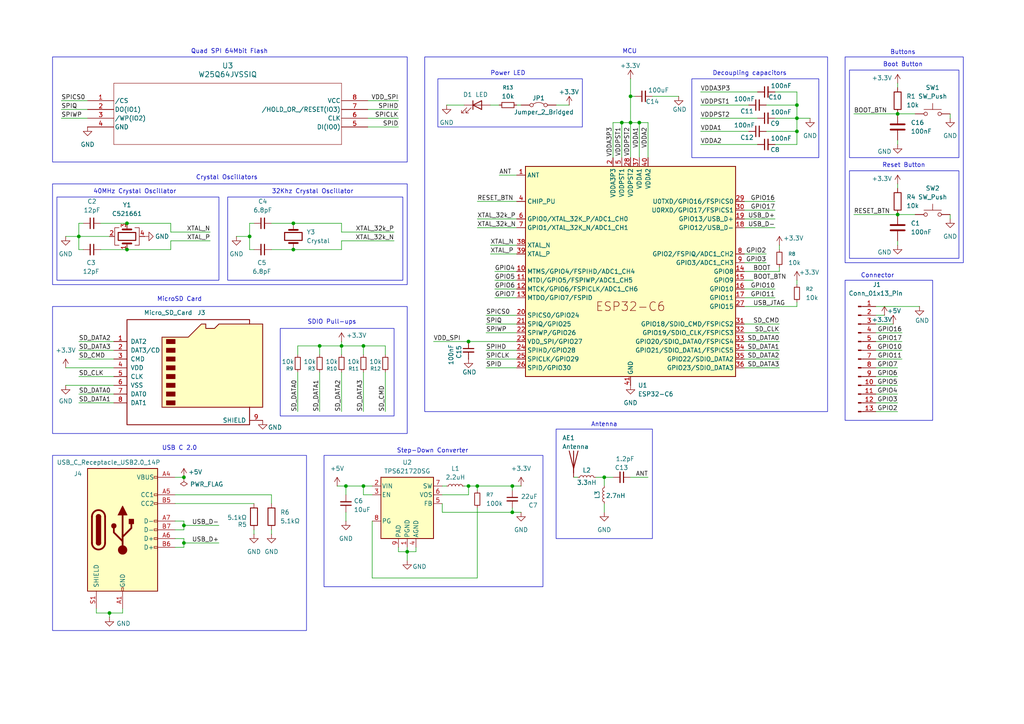
<source format=kicad_sch>
(kicad_sch (version 20250114) (generator "eeschema") (generator_version "9.0")
  (paper "A4")
  (title_block (title "C6dev") (date "2025-07-26") (rev "3"))
  (rectangle (start 246.38 20.32) (end 278.13 45.72))
  (rectangle (start 245.11 81.28) (end 270.51 121.92))
  (rectangle (start 15.24 53.34) (end 118.11 82.55))
  (rectangle (start 93.98 132.08) (end 157.48 170.18))
  (rectangle (start 15.24 16.51) (end 118.11 46.99))
  (rectangle (start 245.11 16.51) (end 279.4 76.2))
  (rectangle (start 161.29 124.46) (end 189.23 156.21))
  (rectangle (start 16.51 57.15) (end 63.5 81.28))
  (rectangle (start 15.24 132.08) (end 88.9 182.88))
  (rectangle (start 127 22.86) (end 168.91 36.83))
  (rectangle (start 81.28 95.25) (end 114.3 120.65))
  (rectangle (start 246.38 49.53) (end 278.13 74.93))
  (rectangle (start 15.24 88.9) (end 118.11 125.73))
  (rectangle (start 200.66 22.86) (end 237.49 45.72))
  (rectangle (start 66.04 57.15) (end 116.84 81.28))
  (rectangle (start 123.19 16.51) (end 240.03 119.38))
  (text "40MHz Crystal Oscillator" (at 39.116 55.626 0) (effects (font (size 1.27 1.27))))
  (text "MCU" (at 182.626 14.986 0) (effects (font (size 1.27 1.27))))
  (text "Buttons" (at 261.874 15.24 0) (effects (font (size 1.27 1.27))))
  (text "USB C 2.0" (at 52.07 130.048 0) (effects (font (size 1.27 1.27))))
  (text "Connector" (at 254.508 80.01 0) (effects (font (size 1.27 1.27))))
  (text "Power LED" (at 147.32 21.336 0) (effects (font (size 1.27 1.27))))
  (text "Decoupling capacitors" (at 217.424 21.336 0) (effects (font (size 1.27 1.27))))
  (text "32Khz Crystal Oscillator" (at 90.678 55.626 0) (effects (font (size 1.27 1.27))))
  (text "Crystal Oscillators" (at 65.786 51.562 0) (effects (font (size 1.27 1.27))))
  (text "Boot Button" (at 261.874 18.796 0) (effects (font (size 1.27 1.27))))
  (text "Step-Down Converter" (at 125.476 130.81 0) (effects (font (size 1.27 1.27))))
  (text "Reset Button" (at 262.128 48.006 0) (effects (font (size 1.27 1.27))))
  (text "Antenna" (at 175.26 123.19 0) (effects (font (size 1.27 1.27))))
  (text "MicroSD Card" (at 52.07 86.868 0) (effects (font (size 1.27 1.27))))
  (text "SDIO Pull-ups" (at 96.266 93.472 0) (effects (font (size 1.27 1.27))))
  (text "Quad SPI 64Mbit Flash" (at 66.548 14.986 0) (effects (font (size 1.27 1.27))))
  (junction (at 53.34 152.4))
  (junction (at 180.34 35.56))
  (junction (at 148.59 148.59))
  (junction (at 231.14 30.48))
  (junction (at 138.43 140.97))
  (junction (at 105.41 100.33))
  (junction (at 99.06 100.33))
  (junction (at 182.88 35.56))
  (junction (at 36.83 72.39))
  (junction (at 175.26 138.43))
  (junction (at 85.09 64.77))
  (junction (at 118.11 160.02))
  (junction (at 100.33 140.97))
  (junction (at 260.35 62.23))
  (junction (at 182.88 27.94))
  (junction (at 105.41 140.97))
  (junction (at 185.42 35.56))
  (junction (at 148.59 140.97))
  (junction (at 85.09 72.39))
  (junction (at 53.34 138.43))
  (junction (at 22.86 68.58))
  (junction (at 31.75 177.8))
  (junction (at 53.34 157.48))
  (junction (at 36.83 64.77))
  (junction (at 72.39 68.58))
  (junction (at 231.14 38.1))
  (junction (at 92.71 100.33))
  (junction (at 260.35 33.02))
  (junction (at 135.89 140.97))
  (junction (at 135.89 99.06))
  (junction (at 231.14 34.29))
  (wire (pts (xy 151.13 30.48) (xy 149.86 30.48)))
  (wire (pts (xy 224.79 41.91) (xy 231.14 41.91)))
  (wire (pts (xy 27.94 176.53) (xy 27.94 177.8)))
  (wire (pts (xy 78.74 64.77) (xy 85.09 64.77)))
  (wire (pts (xy 231.14 38.1) (xy 231.14 34.29)))
  (wire (pts (xy 50.8 151.13) (xy 53.34 151.13)))
  (wire (pts (xy 254 101.6) (xy 261.62 101.6)))
  (wire (pts (xy 175.26 138.43) (xy 177.8 138.43)))
  (wire (pts (xy 31.75 177.8) (xy 31.75 179.07)))
  (wire (pts (xy 33.02 104.14) (xy 22.86 104.14)))
  (wire (pts (xy 72.39 68.58) (xy 72.39 72.39)))
  (wire (pts (xy 165.1 30.48) (xy 161.29 30.48)))
  (wire (pts (xy 53.34 157.48) (xy 63.5 157.48)))
  (wire (pts (xy 215.9 101.6) (xy 226.06 101.6)))
  (wire (pts (xy 226.06 71.12) (xy 226.06 72.39)))
  (wire (pts (xy 215.9 83.82) (xy 224.79 83.82)))
  (wire (pts (xy 254 93.98) (xy 259.08 93.98)))
  (wire (pts (xy 224.79 34.29) (xy 231.14 34.29)))
  (wire (pts (xy 215.9 66.04) (xy 224.79 66.04)))
  (wire (pts (xy 138.43 63.5) (xy 149.86 63.5)))
  (wire (pts (xy 217.17 38.1) (xy 203.2 38.1)))
  (wire (pts (xy 144.78 50.8) (xy 149.86 50.8)))
  (wire (pts (xy 140.97 93.98) (xy 149.86 93.98)))
  (wire (pts (xy 135.89 99.06) (xy 149.86 99.06)))
  (wire (pts (xy 189.23 27.94) (xy 196.85 27.94)))
  (wire (pts (xy 135.89 140.97) (xy 135.89 143.51)))
  (wire (pts (xy 115.57 160.02) (xy 118.11 160.02)))
  (wire (pts (xy 215.9 104.14) (xy 226.06 104.14)))
  (wire (pts (xy 100.33 140.97) (xy 100.33 143.51)))
  (wire (pts (xy 27.94 177.8) (xy 31.75 177.8)))
  (wire (pts (xy 68.58 68.58) (xy 72.39 68.58)))
  (wire (pts (xy 129.54 140.97) (xy 128.27 140.97)))
  (wire (pts (xy 231.14 88.9) (xy 231.14 87.63)))
  (wire (pts (xy 85.09 72.39) (xy 99.06 72.39)))
  (wire (pts (xy 53.34 156.21) (xy 50.8 156.21)))
  (wire (pts (xy 106.68 29.21) (xy 115.57 29.21)))
  (wire (pts (xy 140.97 106.68) (xy 149.86 106.68)))
  (wire (pts (xy 215.9 81.28) (xy 218.44 81.28)))
  (wire (pts (xy 203.2 41.91) (xy 219.71 41.91)))
  (wire (pts (xy 222.25 30.48) (xy 231.14 30.48)))
  (wire (pts (xy 86.36 102.87) (xy 86.36 100.33)))
  (wire (pts (xy 138.43 140.97) (xy 148.59 140.97)))
  (wire (pts (xy 92.71 100.33) (xy 92.71 102.87)))
  (wire (pts (xy 86.36 100.33) (xy 92.71 100.33)))
  (wire (pts (xy 33.02 116.84) (xy 22.86 116.84)))
  (wire (pts (xy 33.02 111.76) (xy 19.05 111.76)))
  (wire (pts (xy 182.88 35.56) (xy 185.42 35.56)))
  (wire (pts (xy 35.56 177.8) (xy 31.75 177.8)))
  (wire (pts (xy 140.97 101.6) (xy 149.86 101.6)))
  (wire (pts (xy 78.74 72.39) (xy 85.09 72.39)))
  (wire (pts (xy 182.88 27.94) (xy 182.88 35.56)))
  (wire (pts (xy 149.86 86.36) (xy 143.51 86.36)))
  (wire (pts (xy 22.86 68.58) (xy 22.86 72.39)))
  (wire (pts (xy 92.71 100.33) (xy 99.06 100.33)))
  (wire (pts (xy 203.2 26.67) (xy 219.71 26.67)))
  (wire (pts (xy 172.72 138.43) (xy 175.26 138.43)))
  (wire (pts (xy 226.06 78.74) (xy 226.06 77.47)))
  (wire (pts (xy 36.83 72.39) (xy 49.53 72.39)))
  (wire (pts (xy 149.86 83.82) (xy 143.51 83.82)))
  (wire (pts (xy 99.06 99.06) (xy 99.06 100.33)))
  (wire (pts (xy 215.9 106.68) (xy 226.06 106.68)))
  (wire (pts (xy 180.34 35.56) (xy 182.88 35.56)))
  (wire (pts (xy 125.73 99.06) (xy 135.89 99.06)))
  (wire (pts (xy 247.65 33.02) (xy 260.35 33.02)))
  (wire (pts (xy 105.41 143.51) (xy 105.41 140.97)))
  (wire (pts (xy 35.56 176.53) (xy 35.56 177.8)))
  (wire (pts (xy 22.86 72.39) (xy 24.13 72.39)))
  (wire (pts (xy 215.9 63.5) (xy 224.79 63.5)))
  (wire (pts (xy 222.25 38.1) (xy 231.14 38.1)))
  (wire (pts (xy 247.65 62.23) (xy 260.35 62.23)))
  (wire (pts (xy 106.68 31.75) (xy 115.57 31.75)))
  (wire (pts (xy 111.76 119.38) (xy 111.76 107.95)))
  (wire (pts (xy 33.02 99.06) (xy 22.86 99.06)))
  (wire (pts (xy 99.06 69.85) (xy 114.3 69.85)))
  (wire (pts (xy 106.68 34.29) (xy 115.57 34.29)))
  (wire (pts (xy 106.68 36.83) (xy 115.57 36.83)))
  (wire (pts (xy 224.79 26.67) (xy 231.14 26.67)))
  (wire (pts (xy 275.59 34.29) (xy 275.59 33.02)))
  (wire (pts (xy 105.41 119.38) (xy 105.41 107.95)))
  (wire (pts (xy 22.86 101.6) (xy 33.02 101.6)))
  (wire (pts (xy 99.06 69.85) (xy 99.06 72.39)))
  (wire (pts (xy 184.15 27.94) (xy 182.88 27.94)))
  (wire (pts (xy 105.41 140.97) (xy 100.33 140.97)))
  (wire (pts (xy 254 114.3) (xy 260.35 114.3)))
  (wire (pts (xy 72.39 72.39) (xy 73.66 72.39)))
  (wire (pts (xy 215.9 60.96) (xy 224.79 60.96)))
  (wire (pts (xy 53.34 138.43) (xy 50.8 138.43)))
  (wire (pts (xy 215.9 93.98) (xy 226.06 93.98)))
  (wire (pts (xy 138.43 58.42) (xy 149.86 58.42)))
  (wire (pts (xy 99.06 67.31) (xy 99.06 64.77)))
  (wire (pts (xy 182.88 35.56) (xy 182.88 45.72)))
  (wire (pts (xy 215.9 76.2) (xy 222.25 76.2)))
  (wire (pts (xy 215.9 99.06) (xy 226.06 99.06)))
  (wire (pts (xy 50.8 153.67) (xy 53.34 153.67)))
  (wire (pts (xy 134.62 140.97) (xy 135.89 140.97)))
  (wire (pts (xy 128.27 143.51) (xy 135.89 143.51)))
  (wire (pts (xy 49.53 69.85) (xy 60.96 69.85)))
  (wire (pts (xy 180.34 35.56) (xy 180.34 45.72)))
  (wire (pts (xy 260.35 24.13) (xy 260.35 25.4)))
  (wire (pts (xy 73.66 154.94) (xy 73.66 153.67)))
  (wire (pts (xy 115.57 158.75) (xy 115.57 160.02)))
  (wire (pts (xy 231.14 26.67) (xy 231.14 30.48)))
  (wire (pts (xy 254 111.76) (xy 260.35 111.76)))
  (wire (pts (xy 142.24 71.12) (xy 149.86 71.12)))
  (wire (pts (xy 254 104.14) (xy 261.62 104.14)))
  (wire (pts (xy 148.59 148.59) (xy 148.59 147.32)))
  (wire (pts (xy 53.34 158.75) (xy 53.34 157.48)))
  (wire (pts (xy 177.8 35.56) (xy 180.34 35.56)))
  (wire (pts (xy 100.33 140.97) (xy 97.79 140.97)))
  (wire (pts (xy 22.86 68.58) (xy 31.75 68.58)))
  (wire (pts (xy 50.8 146.05) (xy 73.66 146.05)))
  (wire (pts (xy 33.02 106.68) (xy 19.05 106.68)))
  (wire (pts (xy 118.11 158.75) (xy 118.11 160.02)))
  (wire (pts (xy 140.97 96.52) (xy 149.86 96.52)))
  (wire (pts (xy 254 96.52) (xy 261.62 96.52)))
  (wire (pts (xy 22.86 64.77) (xy 22.86 68.58)))
  (wire (pts (xy 120.65 160.02) (xy 120.65 158.75)))
  (wire (pts (xy 260.35 40.64) (xy 260.35 41.91)))
  (wire (pts (xy 49.53 64.77) (xy 36.83 64.77)))
  (wire (pts (xy 254 109.22) (xy 260.35 109.22)))
  (wire (pts (xy 217.17 30.48) (xy 203.2 30.48)))
  (wire (pts (xy 107.95 151.13) (xy 107.95 167.64)))
  (wire (pts (xy 187.96 35.56) (xy 187.96 45.72)))
  (wire (pts (xy 185.42 35.56) (xy 187.96 35.56)))
  (wire (pts (xy 177.8 35.56) (xy 177.8 45.72)))
  (wire (pts (xy 99.06 100.33) (xy 99.06 102.87)))
  (wire (pts (xy 166.37 138.43) (xy 167.64 138.43)))
  (wire (pts (xy 254 106.68) (xy 260.35 106.68)))
  (wire (pts (xy 275.59 63.5) (xy 275.59 62.23)))
  (wire (pts (xy 231.14 41.91) (xy 231.14 38.1)))
  (wire (pts (xy 17.78 34.29) (xy 25.4 34.29)))
  (wire (pts (xy 29.21 72.39) (xy 36.83 72.39)))
  (wire (pts (xy 254 99.06) (xy 261.62 99.06)))
  (wire (pts (xy 142.24 73.66) (xy 149.86 73.66)))
  (wire (pts (xy 182.88 22.86) (xy 182.88 27.94)))
  (wire (pts (xy 254 119.38) (xy 260.35 119.38)))
  (wire (pts (xy 99.06 119.38) (xy 99.06 107.95)))
  (wire (pts (xy 234.95 34.29) (xy 231.14 34.29)))
  (wire (pts (xy 151.13 148.59) (xy 148.59 148.59)))
  (wire (pts (xy 50.8 143.51) (xy 78.74 143.51)))
  (wire (pts (xy 53.34 152.4) (xy 63.5 152.4)))
  (wire (pts (xy 92.71 119.38) (xy 92.71 107.95)))
  (wire (pts (xy 215.9 58.42) (xy 224.79 58.42)))
  (wire (pts (xy 215.9 96.52) (xy 226.06 96.52)))
  (wire (pts (xy 260.35 33.02) (xy 265.43 33.02)))
  (wire (pts (xy 17.78 31.75) (xy 25.4 31.75)))
  (wire (pts (xy 49.53 67.31) (xy 49.53 64.77)))
  (wire (pts (xy 149.86 78.74) (xy 143.51 78.74)))
  (wire (pts (xy 129.54 30.48) (xy 134.62 30.48)))
  (wire (pts (xy 254 116.84) (xy 260.35 116.84)))
  (wire (pts (xy 182.88 138.43) (xy 187.96 138.43)))
  (wire (pts (xy 128.27 146.05) (xy 128.27 148.59)))
  (wire (pts (xy 85.09 64.77) (xy 99.06 64.77)))
  (wire (pts (xy 138.43 142.24) (xy 138.43 140.97)))
  (wire (pts (xy 53.34 152.4) (xy 53.34 153.67)))
  (wire (pts (xy 50.8 158.75) (xy 53.34 158.75)))
  (wire (pts (xy 215.9 73.66) (xy 222.25 73.66)))
  (wire (pts (xy 260.35 71.12) (xy 260.35 69.85)))
  (wire (pts (xy 107.95 143.51) (xy 105.41 143.51)))
  (wire (pts (xy 118.11 160.02) (xy 120.65 160.02)))
  (wire (pts (xy 33.02 114.3) (xy 22.86 114.3)))
  (wire (pts (xy 260.35 62.23) (xy 265.43 62.23)))
  (wire (pts (xy 215.9 78.74) (xy 226.06 78.74)))
  (wire (pts (xy 151.13 140.97) (xy 148.59 140.97)))
  (wire (pts (xy 72.39 64.77) (xy 72.39 68.58)))
  (wire (pts (xy 138.43 66.04) (xy 149.86 66.04)))
  (wire (pts (xy 78.74 154.94) (xy 78.74 153.67)))
  (wire (pts (xy 231.14 30.48) (xy 231.14 34.29)))
  (wire (pts (xy 135.89 140.97) (xy 138.43 140.97)))
  (wire (pts (xy 17.78 29.21) (xy 25.4 29.21)))
  (wire (pts (xy 29.21 64.77) (xy 36.83 64.77)))
  (wire (pts (xy 24.13 64.77) (xy 22.86 64.77)))
  (wire (pts (xy 100.33 151.13) (xy 100.33 148.59)))
  (wire (pts (xy 99.06 67.31) (xy 114.3 67.31)))
  (wire (pts (xy 33.02 109.22) (xy 22.86 109.22)))
  (wire (pts (xy 140.97 104.14) (xy 149.86 104.14)))
  (wire (pts (xy 86.36 119.38) (xy 86.36 107.95)))
  (wire (pts (xy 118.11 162.56) (xy 118.11 160.02)))
  (wire (pts (xy 215.9 88.9) (xy 231.14 88.9)))
  (wire (pts (xy 53.34 152.4) (xy 53.34 151.13)))
  (wire (pts (xy 107.95 140.97) (xy 105.41 140.97)))
  (wire (pts (xy 260.35 53.34) (xy 260.35 54.61)))
  (wire (pts (xy 111.76 102.87) (xy 111.76 100.33)))
  (wire (pts (xy 175.26 138.43) (xy 175.26 140.97)))
  (wire (pts (xy 203.2 34.29) (xy 219.71 34.29)))
  (wire (pts (xy 107.95 167.64) (xy 138.43 167.64)))
  (wire (pts (xy 128.27 148.59) (xy 148.59 148.59)))
  (wire (pts (xy 215.9 86.36) (xy 224.79 86.36)))
  (wire (pts (xy 266.7 88.9) (xy 254 88.9)))
  (wire (pts (xy 49.53 69.85) (xy 49.53 72.39)))
  (wire (pts (xy 144.78 30.48) (xy 142.24 30.48)))
  (wire (pts (xy 175.26 148.59) (xy 175.26 146.05)))
  (wire (pts (xy 185.42 35.56) (xy 185.42 45.72)))
  (wire (pts (xy 105.41 102.87) (xy 105.41 100.33)))
  (wire (pts (xy 53.34 157.48) (xy 53.34 156.21)))
  (wire (pts (xy 73.66 64.77) (xy 72.39 64.77)))
  (wire (pts (xy 148.59 142.24) (xy 148.59 140.97)))
  (wire (pts (xy 254 91.44) (xy 256.54 91.44)))
  (wire (pts (xy 231.14 82.55) (xy 231.14 81.28)))
  (wire (pts (xy 140.97 91.44) (xy 149.86 91.44)))
  (wire (pts (xy 105.41 100.33) (xy 99.06 100.33)))
  (wire (pts (xy 78.74 143.51) (xy 78.74 146.05)))
  (wire (pts (xy 149.86 81.28) (xy 143.51 81.28)))
  (wire (pts (xy 19.05 68.58) (xy 22.86 68.58)))
  (wire (pts (xy 111.76 100.33) (xy 105.41 100.33)))
  (wire (pts (xy 138.43 167.64) (xy 138.43 147.32)))
  (wire (pts (xy 49.53 67.31) (xy 60.96 67.31)))
  (label "VDDA2" (at 187.96 36.83 270))
  (label "VDDA1" (at 185.42 36.83 270))
  (label "SD_DATA3" (at 105.41 119.38 90))
  (label "XTAL_P" (at 142.24 73.66 0))
  (label "SPIWP" (at 140.97 96.52 0))
  (label "VDDA3P3" (at 203.2 26.67 0))
  (label "XTAL_P" (at 60.96 69.85 180))
  (label "GPIO6" (at 143.51 83.82 0))
  (label "VDDPST2" (at 182.88 36.83 270))
  (label "GPIO2" (at 222.25 73.66 180))
  (label "GPIO3" (at 222.25 76.2 180))
  (label "SD_DATA1" (at 92.71 119.38 90))
  (label "SPIHD" (at 115.57 31.75 180))
  (label "BOOT" (at 218.44 78.74 0))
  (label "XTAL_N" (at 142.24 71.12 0))
  (label "SD_DATA0" (at 22.86 114.3 0))
  (label "GPIO3" (at 260.35 116.84 180))
  (label "SD_CLK" (at 22.86 109.22 0))
  (label "VDDPST2" (at 203.2 34.29 0))
  (label "SD_CMD" (at 226.06 93.98 180))
  (label "SPIQ" (at 140.97 93.98 0))
  (label "SD_DATA0" (at 226.06 99.06 180))
  (label "SPICLK" (at 140.97 104.14 0))
  (label "VDDPST1" (at 180.34 36.83 270))
  (label "GPIO7" (at 260.35 106.68 180))
  (label "GPIO6" (at 260.35 109.22 180))
  (label "SD_DATA0" (at 86.36 119.38 90))
  (label "ANT" (at 144.78 50.8 0))
  (label "XTAL_32k_N" (at 114.3 69.85 180))
  (label "VDDA2" (at 203.2 41.91 0))
  (label "GPIO4" (at 260.35 114.3 180))
  (label "GPIO5" (at 260.35 111.76 180))
  (label "SD_DATA3" (at 226.06 106.68 180))
  (label "SPID" (at 140.97 106.68 0))
  (label "RESET_BTN" (at 138.43 58.42 0))
  (label "ANT" (at 187.96 138.43 180))
  (label "VDDA1" (at 203.2 38.1 0))
  (label "GPIO16" (at 261.62 96.52 180))
  (label "BOOT_BTN" (at 218.44 81.28 0))
  (label "XTAL_32k_N" (at 138.43 66.04 0))
  (label "USB_D+" (at 63.5 157.48 180))
  (label "SD_CMD" (at 111.76 119.38 90))
  (label "SPID" (at 115.57 36.83 180))
  (label "SD_DATA1" (at 226.06 101.6 180))
  (label "SPIWP" (at 17.78 34.29 0))
  (label "RESET_BTN" (at 247.65 62.23 0))
  (label "GPIO16" (at 224.79 58.42 180))
  (label "SD_CMD" (at 22.86 104.14 0))
  (label "GPIO17" (at 261.62 99.06 180))
  (label "GPIO17" (at 224.79 60.96 180))
  (label "USB_D-" (at 63.5 152.4 180))
  (label "SD_DATA3" (at 22.86 101.6 0))
  (label "SPIQ" (at 17.78 31.75 0))
  (label "SPICS0" (at 17.78 29.21 0))
  (label "SD_DATA2" (at 99.06 119.38 90))
  (label "SPICLK" (at 115.57 34.29 180))
  (label "SD_DATA1" (at 22.86 116.84 0))
  (label "VDD_SPI" (at 115.57 29.21 180))
  (label "SPICS0" (at 140.97 91.44 0))
  (label "SPIHD" (at 140.97 101.6 0))
  (label "BOOT_BTN" (at 247.65 33.02 0))
  (label "GPIO2" (at 260.35 119.38 180))
  (label "XTAL_32k_P" (at 138.43 63.5 0))
  (label "XTAL_32k_P" (at 114.3 67.31 180))
  (label "GPIO11" (at 224.79 86.36 180))
  (label "USB_D+" (at 224.79 63.5 180))
  (label "SD_DATA2" (at 22.86 99.06 0))
  (label "GPIO10" (at 261.62 101.6 180))
  (label "GPIO11" (at 261.62 104.14 180))
  (label "XTAL_N" (at 60.96 67.31 180))
  (label "VDDPST1" (at 203.2 30.48 0))
  (label "GPIO5" (at 143.51 81.28 0))
  (label "VDD_SPI" (at 125.73 99.06 0))
  (label "USB_JTAG" (at 218.44 88.9 0))
  (label "SD_CLK" (at 226.06 96.52 180))
  (label "USB_D-" (at 224.79 66.04 180))
  (label "GPIO4" (at 143.51 78.74 0))
  (label "VDDA3P3" (at 177.8 36.83 270))
  (label "GPIO10" (at 224.79 83.82 180))
  (label "GPIO7" (at 143.51 86.36 0))
  (label "SD_DATA2" (at 226.06 104.14 180))
  (symbol (lib_id "Device:C_Small") (at 222.25 41.91 90) (unit 1)
    (property "Reference" "C8" (at 224.79 43.434 90))
    (property "Value" "100nF" (at 226.568 40.132 90))
    (property "Footprint" "Capacitor_SMD:C_0402_1005Metric" (effects (hide yes)))
    (property "Description" "Unpolarized capacitor, small symbol" (effects (hide yes)))
  )
  (symbol (lib_id "power:GND") (at 73.66 154.94 0) (unit 1)
    (property "Reference" "#PWR019" (effects (hide yes)))
    (property "Value" "GND" (at 73.66 160.02 0))
    (property "Description" "Power symbol creates a global label with name \"GND\" , ground" (effects (hide yes)))
  )
  (symbol (lib_id "power:GND") (at 266.7 88.9 0) (unit 1)
    (property "Reference" "#PWR037" (effects (hide yes)))
    (property "Value" "GND" (at 267.462 92.964 0))
    (property "Description" "Power symbol creates a global label with name \"GND\" , ground" (effects (hide yes)))
  )
  (symbol (lib_id "power:GND") (at 135.89 104.14 0) (unit 1)
    (property "Reference" "#PWR032" (effects (hide yes)))
    (property "Value" "GND" (at 136.144 107.95 0))
    (property "Description" "Power symbol creates a global label with name \"GND\" , ground" (effects (hide yes)))
  )
  (symbol (lib_id "power:GND") (at 68.58 68.58 0) (unit 1)
    (property "Reference" "#PWR015" (effects (hide yes)))
    (property "Value" "GND" (at 68.58 73.66 0))
    (property "Description" "Power symbol creates a global label with name \"GND\" , ground" (effects (hide yes)))
  )
  (symbol (lib_id "Device:C") (at 260.35 36.83 0) (unit 1)
    (property "Reference" "C16" (at 264.16 35.5599 0) (effects (justify left)))
    (property "Value" "100nF" (at 264.16 38.0999 0) (effects (justify left)))
    (property "Footprint" "Capacitor_SMD:C_0402_1005Metric" (effects (hide yes)))
    (property "Description" "Unpolarized capacitor" (effects (hide yes)))
  )
  (symbol (lib_id "Device:R_Small") (at 92.71 105.41 180) (unit 1)
    (property "Reference" "R3" (at 91.44 106.934 0) (effects (font (size 1.016 1.016)) (justify left)))
    (property "Value" "10k" (at 91.694 104.902 0) (effects (justify left)))
    (property "Footprint" "Resistor_SMD:R_0402_1005Metric" (effects (hide yes)))
    (property "Description" "Resistor, small symbol" (effects (hide yes)))
  )
  (symbol (lib_id "Switch:SW_Push") (at 270.51 62.23 0) (unit 1)
    (property "Reference" "SW2" (at 270.51 54.61 0))
    (property "Value" "SW_Push" (at 270.51 57.15 0))
    (property "Footprint" "Button_Switch_SMD:SW_SPST_PTS647_Sx38" (effects (hide yes)))
    (property "Description" "Push button switch, generic, two pins" (effects (hide yes)))
  )
  (symbol (lib_id "power:+3.3V") (at 260.35 53.34 0) (unit 1)
    (property "Reference" "#PWR08" (effects (hide yes)))
    (property "Value" "+3.3V" (at 255.778 51.816 0))
    (property "Description" "Power symbol creates a global label with name \"+3.3V\"" (effects (hide yes)))
  )
  (symbol (lib_id "Device:C") (at 260.35 66.04 0) (unit 1)
    (property "Reference" "C1" (at 264.16 64.7699 0) (effects (justify left)))
    (property "Value" "100nF" (at 264.16 67.3099 0) (effects (justify left)))
    (property "Footprint" "Capacitor_SMD:C_0402_1005Metric" (effects (hide yes)))
    (property "Description" "Unpolarized capacitor" (effects (hide yes)))
  )
  (symbol (lib_id "Device:C_Small") (at 76.2 64.77 90) (unit 1)
    (property "Reference" "C4" (at 76.2063 58.42 90))
    (property "Value" "6.8pF" (at 76.2063 60.96 90))
    (property "Footprint" "Capacitor_SMD:C_0402_1005Metric" (effects (hide yes)))
    (property "Description" "Unpolarized capacitor, small symbol" (effects (hide yes)))
  )
  (symbol (lib_id "power:GND") (at 151.13 148.59 0) (unit 1)
    (property "Reference" "#PWR024" (effects (hide yes)))
    (property "Value" "GND" (at 151.13 153.67 0))
    (property "Description" "Power symbol creates a global label with name \"GND\" , ground" (effects (hide yes)))
  )
  (symbol (lib_id "Device:R") (at 78.74 149.86 180) (unit 1)
    (property "Reference" "R6" (at 81.28 148.5899 0) (effects (justify right)))
    (property "Value" "5.1kΩ" (at 81.28 151.1299 0) (effects (justify right)))
    (property "Footprint" "Resistor_SMD:R_0402_1005Metric" (effects (hide yes)))
    (property "Description" "Resistor" (effects (hide yes)))
  )
  (symbol (lib_id "power:GND") (at 234.95 34.29 0) (unit 1)
    (property "Reference" "#PWR029" (effects (hide yes)))
    (property "Value" "GND" (at 234.95 39.37 0))
    (property "Description" "Power symbol creates a global label with name \"GND\" , ground" (effects (hide yes)))
  )
  (symbol (lib_id "Device:C_Small") (at 100.33 146.05 180) (unit 1)
    (property "Reference" "C6" (at 102.616 145.288 0) (effects (justify right)))
    (property "Value" "10uF" (at 102.616 147.828 0) (effects (justify right)))
    (property "Footprint" "Capacitor_SMD:C_0805_2012Metric" (effects (hide yes)))
    (property "Description" "Unpolarized capacitor, small symbol" (effects (hide yes)))
  )
  (symbol (lib_id "power:+5V") (at 53.34 138.43 0) (unit 1)
    (property "Reference" "#PWR018" (effects (hide yes)))
    (property "Value" "+5V" (at 56.642 136.906 0))
    (property "Description" "Power symbol creates a global label with name \"+5V\"" (effects (hide yes)))
  )
  (symbol (lib_id "Device:C_Small") (at 222.25 26.67 90) (unit 1)
    (property "Reference" "C10" (at 224.79 28.194 90))
    (property "Value" "100nF" (at 226.568 24.892 90))
    (property "Footprint" "Capacitor_SMD:C_0402_1005Metric" (effects (hide yes)))
    (property "Description" "Unpolarized capacitor, small symbol" (effects (hide yes)))
  )
  (symbol (lib_id "Regulator_Switching:TPS62172DSG") (at 118.11 148.59 0) (unit 1)
    (property "Reference" "U2" (at 118.11 134.112 0))
    (property "Value" "TPS62172DSG" (at 118.11 136.652 0))
    (property "Footprint" "Package_SON:WSON-8-1EP_2x2mm_P0.5mm_EP0.9x1.6mm_ThermalVias" (effects (hide yes)))
    (property "Datasheet" "http://www.ti.com/lit/ds/symlink/tps62170.pdf" (effects (hide yes)))
    (property "Description" "500mA Step-Down Converter with DCS-Control, fixed 3.3V output, 3-17V input voltage, WSON-8" (effects (hide yes)))
  )
  (symbol (lib_id "Connector:USB_C_Receptacle_USB2.0_14P") (at 35.56 153.67 0) (unit 1)
    (property "Reference" "J4" (at 22.606 137.414 0))
    (property "Value" "USB_C_Receptacle_USB2.0_14P" (at 31.496 134.112 0))
    (property "Footprint" "Connector_USB:USB_C_Receptacle_HRO_TYPE-C-31-M-12" (effects (hide yes)))
    (property "Datasheet" "https://www.usb.org/sites/default/files/documents/usb_type-c.zip" (effects (hide yes)))
    (property "Description" "USB 2.0-only 14P Type-C Receptacle connector" (effects (hide yes)))
  )
  (symbol (lib_id "power:GND") (at 260.35 71.12 0) (unit 1)
    (property "Reference" "#PWR010" (effects (hide yes)))
    (property "Value" "GND" (at 256.54 73.152 0))
    (property "Description" "Power symbol creates a global label with name \"GND\" , ground" (effects (hide yes)))
  )
  (symbol (lib_id "power:GND") (at 118.11 162.56 0) (unit 1)
    (property "Reference" "#PWR04" (effects (hide yes)))
    (property "Value" "GND" (at 121.666 164.338 0))
    (property "Description" "Power symbol creates a global label with name \"GND\" , ground" (effects (hide yes)))
  )
  (symbol (lib_id "power:+3.3V") (at 151.13 140.97 0) (unit 1)
    (property "Reference" "#PWR023" (effects (hide yes)))
    (property "Value" "+3.3V" (at 151.13 135.89 0))
    (property "Description" "Power symbol creates a global label with name \"+3.3V\"" (effects (hide yes)))
  )
  (symbol (lib_id "Device:C_Small") (at 180.34 138.43 270) (unit 1)
    (property "Reference" "C13" (at 178.308 135.636 90) (effects (justify left)))
    (property "Value" "1.2pF" (at 178.562 133.096 90) (effects (justify left)))
    (property "Footprint" "Capacitor_SMD:C_0402_1005Metric" (effects (hide yes)))
    (property "Description" "Unpolarized capacitor, small symbol" (effects (hide yes)))
  )
  (symbol (lib_id "power:GND") (at 196.85 27.94 0) (unit 1)
    (property "Reference" "#PWR031" (effects (hide yes)))
    (property "Value" "GND" (at 197.104 31.75 0))
    (property "Description" "Power symbol creates a global label with name \"GND\" , ground" (effects (hide yes)))
  )
  (symbol (lib_id "Device:R") (at 260.35 29.21 0) (unit 1)
    (property "Reference" "R1" (at 262.89 27.9399 0) (effects (justify left)))
    (property "Value" "10k" (at 262.89 30.4799 0) (effects (justify left)))
    (property "Footprint" "Resistor_SMD:R_0402_1005Metric" (effects (hide yes)))
    (property "Description" "Resistor" (effects (hide yes)))
  )
  (symbol (lib_id "Device:C_Small") (at 76.2 72.39 270) (unit 1)
    (property "Reference" "C5" (at 75.946 76.2 90))
    (property "Value" "6.8pF" (at 75.946 78.74 90))
    (property "Footprint" "Capacitor_SMD:C_0402_1005Metric" (effects (hide yes)))
    (property "Description" "Unpolarized capacitor, small symbol" (effects (hide yes)))
  )
  (symbol (lib_id "power:GND") (at 19.05 68.58 0) (unit 1)
    (property "Reference" "#PWR013" (effects (hide yes)))
    (property "Value" "GND" (at 19.05 73.66 0))
    (property "Description" "Power symbol creates a global label with name \"GND\" , ground" (effects (hide yes)))
  )
  (symbol (lib_id "Device:R_Small") (at 111.76 105.41 180) (unit 1)
    (property "Reference" "R12" (at 110.49 106.934 0) (effects (font (size 1.016 1.016)) (justify left)))
    (property "Value" "10k" (at 110.744 104.902 0) (effects (justify left)))
    (property "Footprint" "Resistor_SMD:R_0402_1005Metric" (effects (hide yes)))
    (property "Description" "Resistor, small symbol" (effects (hide yes)))
  )
  (symbol (lib_id "power:GND") (at 31.75 179.07 0) (unit 1)
    (property "Reference" "#PWR017" (effects (hide yes)))
    (property "Value" "GND" (at 35.814 180.848 0))
    (property "Description" "Power symbol creates a global label with name \"GND\" , ground" (effects (hide yes)))
  )
  (symbol (lib_id "power:PWR_FLAG") (at 53.34 138.43 180) (unit 1)
    (property "Reference" "#FLG01" (effects (hide yes)))
    (property "Value" "PWR_FLAG" (at 59.944 140.462 0))
    (property "Description" "Special symbol for telling ERC where power comes from" (effects (hide yes)))
  )
  (symbol (lib_id "power:GND") (at 76.2 121.92 0) (unit 1)
    (property "Reference" "#PWR025" (effects (hide yes)))
    (property "Value" "GND" (at 79.756 123.952 0))
    (property "Description" "Power symbol creates a global label with name \"GND\" , ground" (effects (hide yes)))
  )
  (symbol (lib_id "Device:R_Small") (at 86.36 105.41 180) (unit 1)
    (property "Reference" "R9" (at 85.09 106.934 0) (effects (font (size 1.016 1.016)) (justify left)))
    (property "Value" "10k" (at 85.344 104.902 0) (effects (justify left)))
    (property "Footprint" "Resistor_SMD:R_0402_1005Metric" (effects (hide yes)))
    (property "Description" "Resistor, small symbol" (effects (hide yes)))
  )
  (symbol (lib_id "Device:L_Small") (at 170.18 138.43 90) (unit 1)
    (property "Reference" "L2" (at 170.18 136.398 90))
    (property "Value" "3.3nH" (at 170.18 139.954 90))
    (property "Footprint" "Inductor_SMD:L_0402_1005Metric" (effects (hide yes)))
    (property "Description" "Inductor, small symbol" (effects (hide yes)))
  )
  (symbol (lib_id "power:+3.3V") (at 231.14 81.28 0) (unit 1)
    (property "Reference" "#PWR06" (effects (hide yes)))
    (property "Value" "+3.3V" (at 234.696 78.994 0))
    (property "Description" "Power symbol creates a global label with name \"+3.3V\"" (effects (hide yes)))
  )
  (symbol (lib_id "power:+3.3V") (at 260.35 24.13 0) (unit 1)
    (property "Reference" "#PWR03" (effects (hide yes)))
    (property "Value" "+3.3V" (at 255.778 22.606 0))
    (property "Description" "Power symbol creates a global label with name \"+3.3V\"" (effects (hide yes)))
  )
  (symbol (lib_id "power:GND") (at 275.59 34.29 0) (unit 1)
    (property "Reference" "#PWR05" (effects (hide yes)))
    (property "Value" "GND" (at 275.59 39.37 0))
    (property "Description" "Power symbol creates a global label with name \"GND\" , ground" (effects (hide yes)))
  )
  (symbol (lib_id "Device:R_Small") (at 231.14 85.09 0) (unit 1)
    (property "Reference" "R2" (at 233.68 83.8199 0) (effects (font (size 1.016 1.016)) (justify left)))
    (property "Value" "10k" (at 233.68 86.3599 0) (effects (justify left)))
    (property "Footprint" "Resistor_SMD:R_0402_1005Metric" (effects (hide yes)))
    (property "Description" "Resistor, small symbol" (effects (hide yes)))
  )
  (symbol (lib_id "power:+3.3V") (at 226.06 71.12 0) (unit 1)
    (property "Reference" "#PWR07" (effects (hide yes)))
    (property "Value" "+3.3V" (at 230.124 69.088 0))
    (property "Description" "Power symbol creates a global label with name \"+3.3V\"" (effects (hide yes)))
  )
  (symbol (lib_id "power:GND") (at 175.26 148.59 0) (unit 1)
    (property "Reference" "#PWR012" (effects (hide yes)))
    (property "Value" "GND" (at 175.26 153.67 0))
    (property "Description" "Power symbol creates a global label with name \"GND\" , ground" (effects (hide yes)))
  )
  (symbol (lib_id "power:GND") (at 78.74 154.94 0) (unit 1)
    (property "Reference" "#PWR020" (effects (hide yes)))
    (property "Value" "GND" (at 78.74 160.02 0))
    (property "Description" "Power symbol creates a global label with name \"GND\" , ground" (effects (hide yes)))
  )
  (symbol (lib_id "power:GND") (at 100.33 151.13 0) (unit 1)
    (property "Reference" "#PWR022" (effects (hide yes)))
    (property "Value" "GND" (at 100.33 156.21 0))
    (property "Description" "Power symbol creates a global label with name \"GND\" , ground" (effects (hide yes)))
  )
  (symbol (lib_id "Device:Crystal") (at 85.09 68.58 90) (unit 1)
    (property "Reference" "Y3" (at 88.9 67.3099 90) (effects (justify right)))
    (property "Value" "Crystal" (at 88.9 69.8499 90) (effects (justify right)))
    (property "Footprint" "Crystal:Crystal_SMD_2012-2Pin_2.0x1.2mm" (effects (hide yes)))
    (property "Description" "Two pin crystal" (effects (hide yes)))
  )
  (symbol (lib_id "Device:LED") (at 138.43 30.48 0) (unit 1)
    (property "Reference" "D1" (at 135.636 27.432 0))
    (property "Value" "LED" (at 139.7 27.432 0))
    (property "Footprint" "LED_SMD:LED_0805_2012Metric" (effects (hide yes)))
    (property "Description" "Light emitting diode" (effects (hide yes)))
    (property "Sim.Pins" "1=K 2=A" (effects (hide yes)))
  )
  (symbol (lib_id "W25Q64JVSSIQ:W25Q64JVSSIQ") (at 25.4 29.21 0) (unit 1)
    (property "Reference" "U3" (at 66.04 19.05 0) (effects (font (size 1.524 1.524))))
    (property "Value" "W25Q64JVSSIQ" (at 66.04 21.59 0) (effects (font (size 1.524 1.524))))
    (property "Footprint" "W25Q64JVSSIQ:SOIC-8_5P28X5P28_WIN" (effects (hide yes)))
    (property "Datasheet" "W25Q64JVSSIQ" (effects (hide yes)))
  )
  (symbol (lib_id "Connector:Micro_SD_Card") (at 55.88 106.68 0) (unit 1)
    (property "Reference" "J3" (at 58.42 90.678 0))
    (property "Value" "Micro_SD_Card" (at 48.768 90.678 0))
    (property "Footprint" "Connector_Card:microSD_HC_Wuerth_693072010801" (effects (hide yes)))
    (property "Datasheet" "https://www.we-online.com/components/products/datasheet/693072010801.pdf" (effects (hide yes)))
    (property "Description" "Micro SD Card Socket" (effects (hide yes)))
  )
  (symbol (lib_id "Device:C_Small") (at 222.25 34.29 90) (unit 1)
    (property "Reference" "C9" (at 224.79 35.814 90))
    (property "Value" "100nF" (at 226.568 32.512 90))
    (property "Footprint" "Capacitor_SMD:C_0402_1005Metric" (effects (hide yes)))
    (property "Description" "Unpolarized capacitor, small symbol" (effects (hide yes)))
  )
  (symbol (lib_id "Device:R_Small") (at 226.06 74.93 0) (unit 1)
    (property "Reference" "R8" (at 228.6 73.6599 0) (effects (font (size 1.016 1.016)) (justify left)))
    (property "Value" "10k" (at 228.6 76.1999 0) (effects (justify left)))
    (property "Footprint" "Resistor_SMD:R_0402_1005Metric" (effects (hide yes)))
    (property "Description" "Resistor, small symbol" (effects (hide yes)))
  )
  (symbol (lib_id "power:GND") (at 275.59 63.5 0) (unit 1)
    (property "Reference" "#PWR09" (effects (hide yes)))
    (property "Value" "GND" (at 275.59 68.58 0))
    (property "Description" "Power symbol creates a global label with name \"GND\" , ground" (effects (hide yes)))
  )
  (symbol (lib_id "power:GND") (at 19.05 111.76 0) (unit 1)
    (property "Reference" "#PWR027" (effects (hide yes)))
    (property "Value" "GND" (at 19.05 116.332 0))
    (property "Description" "Power symbol creates a global label with name \"GND\" , ground" (effects (hide yes)))
  )
  (symbol (lib_id "Device:R_Small") (at 147.32 30.48 90) (unit 1)
    (property "Reference" "R13" (at 147.32 25.4 90) (effects (font (size 1.016 1.016))))
    (property "Value" "10k" (at 147.32 27.94 90))
    (property "Footprint" "Resistor_SMD:R_0402_1005Metric" (effects (hide yes)))
    (property "Description" "Resistor, small symbol" (effects (hide yes)))
  )
  (symbol (lib_id "EXPRESSIF:ESP32-C6") (at 182.88 78.74 0) (unit 1)
    (property "Reference" "U1" (at 185.0233 111.76 0) (effects (justify left)))
    (property "Value" "ESP32-C6" (at 185.0233 114.3 0) (effects (justify left)))
    (property "Footprint" "Package_DFN_QFN:QFN-40-1EP_5x5mm_P0.4mm_EP3.6x3.6mm" (effects (hide yes)))
    (property "Datasheet" "https://www.espressif.com/sites/default/files/documentation/esp32-c6_datasheet_en.pdf" (effects (hide yes)))
    (property "Description" "ESP32C6,ultra-low-power SoC with RISC-V single-core microprocessor,2.4 GHz Wi-Fi 6 (802.11 ax), Bluetooth 5 (LE), Zigbee and Thread (802.15.4),QFN-40" (effects (hide yes)))
  )
  (symbol (lib_id "Device:C_Small") (at 26.67 72.39 270) (unit 1)
    (property "Reference" "C3" (at 26.416 76.2 90))
    (property "Value" "12pF" (at 26.416 78.74 90))
    (property "Footprint" "Capacitor_SMD:C_0402_1005Metric" (effects (hide yes)))
    (property "Description" "Unpolarized capacitor, small symbol" (effects (hide yes)))
  )
  (symbol (lib_id "power:+5V") (at 97.79 140.97 0) (unit 1)
    (property "Reference" "#PWR021" (effects (hide yes)))
    (property "Value" "+5V" (at 97.79 135.89 0))
    (property "Description" "Power symbol creates a global label with name \"+5V\"" (effects (hide yes)))
  )
  (symbol (lib_id "Device:R") (at 260.35 58.42 0) (unit 1)
    (property "Reference" "R4" (at 262.89 57.1499 0) (effects (justify left)))
    (property "Value" "10k" (at 262.89 59.6899 0) (effects (justify left)))
    (property "Footprint" "Resistor_SMD:R_0402_1005Metric" (effects (hide yes)))
    (property "Description" "Resistor" (effects (hide yes)))
  )
  (symbol (lib_id "Device:Crystal_GND24") (at 36.83 68.58 90) (unit 1)
    (property "Reference" "Y1" (at 36.83 59.436 90))
    (property "Value" "C521661" (at 36.83 61.976 90))
    (property "Footprint" "Crystal:Crystal_SMD_3225-4Pin_3.2x2.5mm" (effects (hide yes)))
    (property "Description" "Four pin crystal, GND on pins 2 and 4" (effects (hide yes)))
  )
  (symbol (lib_id "Device:R") (at 73.66 149.86 180) (unit 1)
    (property "Reference" "R5" (at 71.628 152.146 0) (effects (justify left)))
    (property "Value" "5.1kΩ" (at 71.628 150.114 0) (effects (justify left)))
    (property "Footprint" "Resistor_SMD:R_0402_1005Metric" (effects (hide yes)))
    (property "Description" "Resistor" (effects (hide yes)))
  )
  (symbol (lib_id "Device:R_Small") (at 105.41 105.41 180) (unit 1)
    (property "Reference" "R11" (at 104.14 106.934 0) (effects (font (size 1.016 1.016)) (justify left)))
    (property "Value" "10k" (at 104.394 104.902 0) (effects (justify left)))
    (property "Footprint" "Resistor_SMD:R_0402_1005Metric" (effects (hide yes)))
    (property "Description" "Resistor, small symbol" (effects (hide yes)))
  )
  (symbol (lib_id "Device:R_Small") (at 138.43 144.78 0) (unit 1)
    (property "Reference" "R7" (at 140.97 143.5099 0) (effects (font (size 1.016 1.016)) (justify left)))
    (property "Value" "100k" (at 140.97 146.0499 0) (effects (justify left)))
    (property "Footprint" "Resistor_SMD:R_0402_1005Metric" (effects (hide yes)))
    (property "Description" "Resistor, small symbol" (effects (hide yes)))
  )
  (symbol (lib_id "Switch:SW_Push") (at 270.51 33.02 0) (unit 1)
    (property "Reference" "SW1" (at 270.51 25.4 0))
    (property "Value" "SW_Push" (at 270.51 27.94 0))
    (property "Footprint" "Button_Switch_SMD:SW_SPST_PTS647_Sx38" (effects (hide yes)))
    (property "Description" "Push button switch, generic, two pins" (effects (hide yes)))
  )
  (symbol (lib_id "Device:R_Small") (at 99.06 105.41 180) (unit 1)
    (property "Reference" "R10" (at 97.79 106.934 0) (effects (font (size 1.016 1.016)) (justify left)))
    (property "Value" "10k" (at 98.044 104.902 0) (effects (justify left)))
    (property "Footprint" "Resistor_SMD:R_0402_1005Metric" (effects (hide yes)))
    (property "Description" "Resistor, small symbol" (effects (hide yes)))
  )
  (symbol (lib_id "Device:C_Small") (at 186.69 27.94 90) (unit 1)
    (property "Reference" "C14" (at 189.23 29.464 90))
    (property "Value" "100uF" (at 191.008 26.162 90))
    (property "Footprint" "Capacitor_Tantalum_SMD:CP_EIA-3216-18_Kemet-A" (effects (hide yes)))
    (property "Description" "Unpolarized capacitor, small symbol" (effects (hide yes)))
  )
  (symbol (lib_id "power:+3.3V") (at 99.06 99.06 0) (unit 1)
    (property "Reference" "#PWR028" (effects (hide yes)))
    (property "Value" "+3.3V" (at 103.378 97.282 0))
    (property "Description" "Power symbol creates a global label with name \"+3.3V\"" (effects (hide yes)))
  )
  (symbol (lib_id "power:+3.3V") (at 182.88 22.86 0) (unit 1)
    (property "Reference" "#PWR014" (effects (hide yes)))
    (property "Value" "+3.3V" (at 179.832 19.05 0) (effects (justify left)))
    (property "Description" "Power symbol creates a global label with name \"+3.3V\"" (effects (hide yes)))
  )
  (symbol (lib_id "power:GND") (at 41.91 68.58 90) (unit 1)
    (property "Reference" "#PWR011" (effects (hide yes)))
    (property "Value" "GND" (at 44.958 68.58 90) (effects (justify right)))
    (property "Description" "Power symbol creates a global label with name \"GND\" , ground" (effects (hide yes)))
  )
  (symbol (lib_id "power:GND") (at 129.54 30.48 0) (unit 1)
    (property "Reference" "#PWR033" (effects (hide yes)))
    (property "Value" "GND" (at 129.54 35.56 0))
    (property "Description" "Power symbol creates a global label with name \"GND\" , ground" (effects (hide yes)))
  )
  (symbol (lib_id "Jumper:Jumper_2_Bridged") (at 156.21 30.48 0) (unit 1)
    (property "Reference" "JP1" (at 156.21 28.448 0))
    (property "Value" "Jumper_2_Bridged" (at 157.734 32.512 0))
    (property "Footprint" "Jumper:SolderJumper-2_P1.3mm_Open_RoundedPad1.0x1.5mm" (effects (hide yes)))
    (property "Description" "Jumper, 2-pole, closed/bridged" (effects (hide yes)))
  )
  (symbol (lib_id "power:+5V") (at 256.54 91.44 0) (unit 1)
    (property "Reference" "#PWR036" (effects (hide yes)))
    (property "Value" "+5V" (at 259.334 90.17 0))
    (property "Description" "Power symbol creates a global label with name \"+5V\"" (effects (hide yes)))
  )
  (symbol (lib_id "Connector:Conn_01x13_Pin") (at 248.92 104.14 0) (unit 1)
    (property "Reference" "J1" (at 255.524 82.55 0) (effects (justify right)))
    (property "Value" "Conn_01x13_Pin" (at 261.874 85.09 0) (effects (justify right)))
    (property "Footprint" "Connector_PinHeader_2.54mm:PinHeader_1x13_P2.54mm_Vertical" (effects (hide yes)))
    (property "Description" "Generic connector, single row, 01x13, script generated" (effects (hide yes)))
  )
  (symbol (lib_id "Device:Antenna") (at 166.37 133.35 0) (unit 1)
    (property "Reference" "AE1" (at 163.068 127 0) (effects (justify left)))
    (property "Value" "Antenna" (at 163.068 129.54 0) (effects (justify left)))
    (property "Footprint" "RF_Antenna:Johanson_2450AT18x100_2400-2500Mhz" (effects (hide yes)))
    (property "Description" "Antenna" (effects (hide yes)))
  )
  (symbol (lib_id "Device:L_Small") (at 132.08 140.97 90) (unit 1)
    (property "Reference" "L1" (at 132.08 135.89 90))
    (property "Value" "2.2uH" (at 132.08 138.43 90))
    (property "Footprint" "Inductor_SMD:L_0603_1608Metric" (effects (hide yes)))
    (property "Description" "Inductor, small symbol" (effects (hide yes)))
  )
  (symbol (lib_id "power:GND") (at 25.4 36.83 0) (unit 1)
    (property "Reference" "#PWR01" (effects (hide yes)))
    (property "Value" "GND" (at 25.4 41.91 0))
    (property "Description" "Power symbol creates a global label with name \"GND\" , ground" (effects (hide yes)))
  )
  (symbol (lib_id "power:+3.3V") (at 165.1 30.48 0) (unit 1)
    (property "Reference" "#PWR034" (effects (hide yes)))
    (property "Value" "+3.3V" (at 162.052 26.67 0) (effects (justify left)))
    (property "Description" "Power symbol creates a global label with name \"+3.3V\"" (effects (hide yes)))
  )
  (symbol (lib_id "Device:C_Small") (at 135.89 101.6 0) (unit 1)
    (property "Reference" "C15" (at 133.096 102.108 90))
    (property "Value" "100nF" (at 130.81 102.87 90))
    (property "Footprint" "Capacitor_SMD:C_0402_1005Metric" (effects (hide yes)))
    (property "Description" "Unpolarized capacitor, small symbol" (effects (hide yes)))
  )
  (symbol (lib_id "Device:C_Small") (at 148.59 144.78 0) (unit 1)
    (property "Reference" "C7" (at 155.956 146.558 0) (effects (justify right)))
    (property "Value" "22uF" (at 155.956 144.018 0) (effects (justify right)))
    (property "Footprint" "Capacitor_SMD:C_1206_3216Metric" (effects (hide yes)))
    (property "Description" "Unpolarized capacitor, small symbol" (effects (hide yes)))
  )
  (symbol (lib_id "Device:C_Small") (at 219.71 38.1 90) (unit 1)
    (property "Reference" "C12" (at 216.662 39.878 90))
    (property "Value" "100nF" (at 215.9 36.322 90))
    (property "Footprint" "Capacitor_SMD:C_0402_1005Metric" (effects (hide yes)))
    (property "Description" "Unpolarized capacitor, small symbol" (effects (hide yes)))
  )
  (symbol (lib_id "power:+3.3V") (at 19.05 106.68 0) (unit 1)
    (property "Reference" "#PWR026" (effects (hide yes)))
    (property "Value" "+3.3V" (at 19.05 101.6 0))
    (property "Description" "Power symbol creates a global label with name \"+3.3V\"" (effects (hide yes)))
  )
  (symbol (lib_id "Device:C_Small") (at 26.67 64.77 90) (unit 1)
    (property "Reference" "C2" (at 26.6763 58.42 90))
    (property "Value" "12pF" (at 26.6763 60.96 90))
    (property "Footprint" "Capacitor_SMD:C_0402_1005Metric" (effects (hide yes)))
    (property "Description" "Unpolarized capacitor, small symbol" (effects (hide yes)))
  )
  (symbol (lib_id "power:GND") (at 260.35 41.91 0) (unit 1)
    (property "Reference" "#PWR035" (effects (hide yes)))
    (property "Value" "GND" (at 256.54 43.942 0))
    (property "Description" "Power symbol creates a global label with name \"GND\" , ground" (effects (hide yes)))
  )
  (symbol (lib_id "Device:C_Small") (at 219.71 30.48 90) (unit 1)
    (property "Reference" "C11" (at 216.662 32.258 90))
    (property "Value" "100nF" (at 215.9 28.702 90))
    (property "Footprint" "Capacitor_SMD:C_0402_1005Metric" (effects (hide yes)))
    (property "Description" "Unpolarized capacitor, small symbol" (effects (hide yes)))
  )
  (symbol (lib_id "Device:L_Small") (at 175.26 143.51 180) (unit 1)
    (property "Reference" "L3" (at 173.228 143.51 90))
    (property "Value" "2.7nH" (at 178.562 143.764 0))
    (property "Footprint" "Inductor_SMD:L_0402_1005Metric" (effects (hide yes)))
    (property "Description" "Inductor, small symbol" (effects (hide yes)))
  )
  (symbol (lib_id "power:GND") (at 182.88 111.76 0) (unit 1)
    (property "Reference" "#PWR02" (effects (hide yes)))
    (property "Value" "GND" (at 182.88 116.84 0))
    (property "Description" "Power symbol creates a global label with name \"GND\" , ground" (effects (hide yes)))
  )
  (symbol (lib_id "power:+3.3V") (at 259.08 93.98 0) (unit 1)
    (property "Reference" "#PWR030" (effects (hide yes)))
    (property "Value" "+3.3V" (at 255.778 92.71 0))
    (property "Description" "Power symbol creates a global label with name \"+3.3V\"" (effects (hide yes)))
  )
)
</source>
